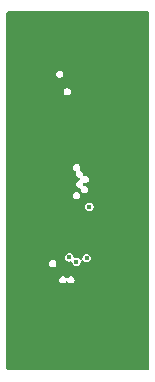
<source format=gbr>
%TF.GenerationSoftware,KiCad,Pcbnew,7.0.9-7.0.9~ubuntu22.04.1*%
%TF.CreationDate,2023-12-01T07:42:16+01:00*%
%TF.ProjectId,jetson-orin-baseboard,6a657473-6f6e-42d6-9f72-696e2d626173,1.1.1*%
%TF.SameCoordinates,Original*%
%TF.FileFunction,Copper,L7,Inr*%
%TF.FilePolarity,Positive*%
%FSLAX46Y46*%
G04 Gerber Fmt 4.6, Leading zero omitted, Abs format (unit mm)*
G04 Created by KiCad (PCBNEW 7.0.9-7.0.9~ubuntu22.04.1) date 2023-12-01 07:42:16*
%MOMM*%
%LPD*%
G01*
G04 APERTURE LIST*
%TA.AperFunction,ViaPad*%
%ADD10C,0.450000*%
%TD*%
G04 APERTURE END LIST*
D10*
%TO.N,GND*%
X91450000Y-102350000D03*
X91750000Y-108800000D03*
X94962501Y-117706675D03*
%TO.N,CSIA_FLG*%
X92272500Y-113200000D03*
%TO.N,CSIB_FLG*%
X92500000Y-108850000D03*
%TO.N,USBC0_FLG*%
X90800000Y-113150000D03*
%TO.N,USBC1_FLG*%
X91412000Y-113500000D03*
%TD*%
%TA.AperFunction,Conductor*%
%TO.N,GND*%
G36*
X97516621Y-92345502D02*
G01*
X97563114Y-92399158D01*
X97574500Y-92451500D01*
X97574500Y-122573500D01*
X97554498Y-122641621D01*
X97500842Y-122688114D01*
X97448500Y-122699500D01*
X85601500Y-122699500D01*
X85533379Y-122679498D01*
X85486886Y-122625842D01*
X85475500Y-122573500D01*
X85475500Y-115050000D01*
X89944864Y-115050000D01*
X89963265Y-115154361D01*
X90016251Y-115246137D01*
X90097431Y-115314255D01*
X90097434Y-115314257D01*
X90197012Y-115350500D01*
X90197014Y-115350500D01*
X90302987Y-115350500D01*
X90402565Y-115314257D01*
X90402564Y-115314257D01*
X90402568Y-115314256D01*
X90483748Y-115246138D01*
X90485186Y-115243646D01*
X90490880Y-115233786D01*
X90542261Y-115184792D01*
X90611975Y-115171354D01*
X90677886Y-115197740D01*
X90709120Y-115233786D01*
X90716250Y-115246136D01*
X90797431Y-115314255D01*
X90797434Y-115314257D01*
X90897012Y-115350500D01*
X90897014Y-115350500D01*
X91002987Y-115350500D01*
X91102565Y-115314257D01*
X91102564Y-115314257D01*
X91102568Y-115314256D01*
X91183748Y-115246138D01*
X91236734Y-115154363D01*
X91255136Y-115050000D01*
X91236734Y-114945637D01*
X91183748Y-114853862D01*
X91102568Y-114785744D01*
X91102565Y-114785742D01*
X91002988Y-114749500D01*
X91002986Y-114749500D01*
X90897014Y-114749500D01*
X90897012Y-114749500D01*
X90797434Y-114785742D01*
X90797431Y-114785744D01*
X90716250Y-114853863D01*
X90709119Y-114866215D01*
X90657736Y-114915208D01*
X90588023Y-114928644D01*
X90522112Y-114902258D01*
X90490881Y-114866215D01*
X90483749Y-114853863D01*
X90402568Y-114785744D01*
X90402565Y-114785742D01*
X90302988Y-114749500D01*
X90302986Y-114749500D01*
X90197014Y-114749500D01*
X90197012Y-114749500D01*
X90097434Y-114785742D01*
X90097431Y-114785744D01*
X90016251Y-114853862D01*
X89963265Y-114945638D01*
X89944864Y-115049999D01*
X89944864Y-115050000D01*
X85475500Y-115050000D01*
X85475500Y-113668914D01*
X89105171Y-113668914D01*
X89123572Y-113773275D01*
X89176558Y-113865051D01*
X89257738Y-113933169D01*
X89257741Y-113933171D01*
X89357319Y-113969414D01*
X89357321Y-113969414D01*
X89463294Y-113969414D01*
X89562872Y-113933171D01*
X89562871Y-113933171D01*
X89562875Y-113933170D01*
X89644055Y-113865052D01*
X89697041Y-113773277D01*
X89715443Y-113668914D01*
X89697041Y-113564551D01*
X89644055Y-113472776D01*
X89562875Y-113404658D01*
X89562872Y-113404656D01*
X89463295Y-113368414D01*
X89463293Y-113368414D01*
X89357321Y-113368414D01*
X89357319Y-113368414D01*
X89257741Y-113404656D01*
X89257738Y-113404658D01*
X89176558Y-113472776D01*
X89123572Y-113564552D01*
X89105171Y-113668913D01*
X89105171Y-113668914D01*
X85475500Y-113668914D01*
X85475500Y-113150000D01*
X90445131Y-113150000D01*
X90462500Y-113259661D01*
X90462500Y-113259662D01*
X90462501Y-113259663D01*
X90480431Y-113294854D01*
X90512905Y-113358587D01*
X90591413Y-113437095D01*
X90690339Y-113487500D01*
X90800000Y-113504869D01*
X90909661Y-113487500D01*
X90909663Y-113487498D01*
X90919454Y-113485948D01*
X90919745Y-113487785D01*
X90978691Y-113486101D01*
X91039489Y-113522763D01*
X91070814Y-113586475D01*
X91071108Y-113588248D01*
X91074499Y-113609660D01*
X91104691Y-113668914D01*
X91124905Y-113708587D01*
X91203413Y-113787095D01*
X91302339Y-113837500D01*
X91412000Y-113854869D01*
X91521661Y-113837500D01*
X91620587Y-113787095D01*
X91699095Y-113708587D01*
X91749500Y-113609661D01*
X91766869Y-113500000D01*
X91766869Y-113499997D01*
X91766869Y-113494241D01*
X91786871Y-113426120D01*
X91840527Y-113379627D01*
X91910801Y-113369523D01*
X91975381Y-113399017D01*
X91981964Y-113405146D01*
X91985404Y-113408586D01*
X91985405Y-113408587D01*
X92063913Y-113487095D01*
X92162839Y-113537500D01*
X92272500Y-113554869D01*
X92382161Y-113537500D01*
X92481087Y-113487095D01*
X92559595Y-113408587D01*
X92610000Y-113309661D01*
X92627369Y-113200000D01*
X92610000Y-113090339D01*
X92559595Y-112991413D01*
X92481087Y-112912905D01*
X92481086Y-112912904D01*
X92382163Y-112862501D01*
X92382162Y-112862500D01*
X92382161Y-112862500D01*
X92272500Y-112845131D01*
X92162839Y-112862500D01*
X92162837Y-112862500D01*
X92162836Y-112862501D01*
X92063913Y-112912904D01*
X91985404Y-112991413D01*
X91935001Y-113090336D01*
X91935000Y-113090337D01*
X91935000Y-113090339D01*
X91923350Y-113163893D01*
X91917631Y-113200002D01*
X91917631Y-113205759D01*
X91897629Y-113273880D01*
X91843973Y-113320373D01*
X91773699Y-113330477D01*
X91709119Y-113300983D01*
X91702536Y-113294854D01*
X91620586Y-113212904D01*
X91521663Y-113162501D01*
X91521662Y-113162500D01*
X91521661Y-113162500D01*
X91412000Y-113145131D01*
X91302339Y-113162500D01*
X91302336Y-113162501D01*
X91292546Y-113164052D01*
X91292255Y-113162217D01*
X91233289Y-113163893D01*
X91172497Y-113127221D01*
X91141181Y-113063504D01*
X91140907Y-113061853D01*
X91137500Y-113040339D01*
X91087095Y-112941413D01*
X91008587Y-112862905D01*
X91008586Y-112862904D01*
X90909663Y-112812501D01*
X90909662Y-112812500D01*
X90909661Y-112812500D01*
X90800000Y-112795131D01*
X90690339Y-112812500D01*
X90690337Y-112812500D01*
X90690336Y-112812501D01*
X90591413Y-112862904D01*
X90512904Y-112941413D01*
X90462501Y-113040336D01*
X90462500Y-113040337D01*
X90462500Y-113040339D01*
X90445131Y-113150000D01*
X85475500Y-113150000D01*
X85475500Y-108850000D01*
X92145131Y-108850000D01*
X92162500Y-108959661D01*
X92212905Y-109058587D01*
X92291413Y-109137095D01*
X92390339Y-109187500D01*
X92500000Y-109204869D01*
X92609661Y-109187500D01*
X92708587Y-109137095D01*
X92787095Y-109058587D01*
X92837500Y-108959661D01*
X92854869Y-108850000D01*
X92837500Y-108740339D01*
X92787095Y-108641413D01*
X92708587Y-108562905D01*
X92708586Y-108562904D01*
X92609663Y-108512501D01*
X92609662Y-108512500D01*
X92609661Y-108512500D01*
X92500000Y-108495131D01*
X92390339Y-108512500D01*
X92390337Y-108512500D01*
X92390336Y-108512501D01*
X92291413Y-108562904D01*
X92212904Y-108641413D01*
X92162501Y-108740336D01*
X92162500Y-108740337D01*
X92162500Y-108740339D01*
X92145131Y-108850000D01*
X85475500Y-108850000D01*
X85475500Y-107900000D01*
X91094864Y-107900000D01*
X91113265Y-108004361D01*
X91166251Y-108096137D01*
X91247431Y-108164255D01*
X91247434Y-108164257D01*
X91347012Y-108200500D01*
X91347014Y-108200500D01*
X91452987Y-108200500D01*
X91552565Y-108164257D01*
X91552564Y-108164257D01*
X91552568Y-108164256D01*
X91633748Y-108096138D01*
X91686734Y-108004363D01*
X91705136Y-107900000D01*
X91686734Y-107795637D01*
X91633748Y-107703862D01*
X91552568Y-107635744D01*
X91552565Y-107635742D01*
X91452988Y-107599500D01*
X91452986Y-107599500D01*
X91347014Y-107599500D01*
X91347012Y-107599500D01*
X91247434Y-107635742D01*
X91247431Y-107635744D01*
X91166251Y-107703862D01*
X91113265Y-107795638D01*
X91094864Y-107899999D01*
X91094864Y-107900000D01*
X85475500Y-107900000D01*
X85475500Y-105540000D01*
X91124864Y-105540000D01*
X91143265Y-105644361D01*
X91143265Y-105644362D01*
X91143266Y-105644363D01*
X91149382Y-105654956D01*
X91184907Y-105716489D01*
X91196252Y-105736138D01*
X91277432Y-105804256D01*
X91311243Y-105816562D01*
X91368415Y-105858654D01*
X91393754Y-105924975D01*
X91380878Y-105986510D01*
X91381535Y-105986749D01*
X91379874Y-105991311D01*
X91379214Y-105994467D01*
X91377800Y-105997007D01*
X91377765Y-105997104D01*
X91359364Y-106101466D01*
X91359364Y-106101467D01*
X91377765Y-106205828D01*
X91416879Y-106273577D01*
X91430752Y-106297605D01*
X91483297Y-106341695D01*
X91511931Y-106365722D01*
X91511934Y-106365724D01*
X91621873Y-106405738D01*
X91621227Y-106407511D01*
X91672840Y-106433090D01*
X91709310Y-106494004D01*
X91707059Y-106564965D01*
X91666800Y-106623443D01*
X91621373Y-106644188D01*
X91621873Y-106645562D01*
X91511934Y-106685575D01*
X91511931Y-106685577D01*
X91430751Y-106753695D01*
X91377765Y-106845471D01*
X91359364Y-106949832D01*
X91359364Y-106949833D01*
X91377765Y-107054194D01*
X91430751Y-107145970D01*
X91511931Y-107214088D01*
X91511934Y-107214090D01*
X91611512Y-107250333D01*
X91671660Y-107250333D01*
X91739781Y-107270335D01*
X91786274Y-107323991D01*
X91795519Y-107388288D01*
X91795552Y-107388288D01*
X91795552Y-107388520D01*
X91796378Y-107394265D01*
X91795746Y-107398213D01*
X91795552Y-107399312D01*
X91813953Y-107503673D01*
X91866939Y-107595449D01*
X91948119Y-107663567D01*
X91948122Y-107663569D01*
X92047700Y-107699812D01*
X92047702Y-107699812D01*
X92153675Y-107699812D01*
X92253253Y-107663569D01*
X92253252Y-107663569D01*
X92253256Y-107663568D01*
X92334436Y-107595450D01*
X92387422Y-107503675D01*
X92405824Y-107399312D01*
X92387422Y-107294949D01*
X92334436Y-107203174D01*
X92253256Y-107135056D01*
X92253253Y-107135054D01*
X92153676Y-107098812D01*
X92153674Y-107098812D01*
X92093528Y-107098812D01*
X92025407Y-107078810D01*
X91978914Y-107025154D01*
X91968810Y-106954880D01*
X91969442Y-106950933D01*
X91970937Y-106942454D01*
X92002464Y-106878842D01*
X92063377Y-106842372D01*
X92095023Y-106838333D01*
X92202987Y-106838333D01*
X92302565Y-106802090D01*
X92302564Y-106802090D01*
X92302568Y-106802089D01*
X92383748Y-106733971D01*
X92436734Y-106642196D01*
X92455136Y-106537833D01*
X92436734Y-106433470D01*
X92383748Y-106341695D01*
X92302568Y-106273577D01*
X92302565Y-106273575D01*
X92202988Y-106237333D01*
X92202986Y-106237333D01*
X92097014Y-106237333D01*
X92095636Y-106237333D01*
X92027515Y-106217331D01*
X91981022Y-106163675D01*
X91969636Y-106111333D01*
X91969636Y-106101466D01*
X91951234Y-105997105D01*
X91951234Y-105997104D01*
X91898248Y-105905329D01*
X91817068Y-105837211D01*
X91783253Y-105824903D01*
X91726083Y-105782810D01*
X91700745Y-105716489D01*
X91713620Y-105654956D01*
X91712965Y-105654718D01*
X91714624Y-105650159D01*
X91715286Y-105646997D01*
X91716701Y-105644453D01*
X91716734Y-105644362D01*
X91735136Y-105540000D01*
X91735136Y-105539999D01*
X91716734Y-105435638D01*
X91716734Y-105435637D01*
X91663748Y-105343862D01*
X91582568Y-105275744D01*
X91582565Y-105275742D01*
X91482988Y-105239500D01*
X91482986Y-105239500D01*
X91377014Y-105239500D01*
X91377012Y-105239500D01*
X91277434Y-105275742D01*
X91277431Y-105275744D01*
X91196251Y-105343862D01*
X91143265Y-105435638D01*
X91124864Y-105539999D01*
X91124864Y-105540000D01*
X85475500Y-105540000D01*
X85475500Y-99125000D01*
X90319864Y-99125000D01*
X90338265Y-99229361D01*
X90391251Y-99321137D01*
X90472431Y-99389255D01*
X90472434Y-99389257D01*
X90572012Y-99425500D01*
X90572014Y-99425500D01*
X90677987Y-99425500D01*
X90777565Y-99389257D01*
X90777564Y-99389257D01*
X90777568Y-99389256D01*
X90858748Y-99321138D01*
X90911734Y-99229363D01*
X90930136Y-99125000D01*
X90911734Y-99020637D01*
X90858748Y-98928862D01*
X90777568Y-98860744D01*
X90777565Y-98860742D01*
X90677988Y-98824500D01*
X90677986Y-98824500D01*
X90572014Y-98824500D01*
X90572012Y-98824500D01*
X90472434Y-98860742D01*
X90472431Y-98860744D01*
X90391251Y-98928862D01*
X90338265Y-99020638D01*
X90319864Y-99124999D01*
X90319864Y-99125000D01*
X85475500Y-99125000D01*
X85475500Y-97640000D01*
X89694864Y-97640000D01*
X89713265Y-97744361D01*
X89766251Y-97836137D01*
X89847431Y-97904255D01*
X89847434Y-97904257D01*
X89947012Y-97940500D01*
X89947014Y-97940500D01*
X90052987Y-97940500D01*
X90152565Y-97904257D01*
X90152564Y-97904257D01*
X90152568Y-97904256D01*
X90233748Y-97836138D01*
X90286734Y-97744363D01*
X90305136Y-97640000D01*
X90286734Y-97535637D01*
X90233748Y-97443862D01*
X90152568Y-97375744D01*
X90152565Y-97375742D01*
X90052988Y-97339500D01*
X90052986Y-97339500D01*
X89947014Y-97339500D01*
X89947012Y-97339500D01*
X89847434Y-97375742D01*
X89847431Y-97375744D01*
X89766251Y-97443862D01*
X89713265Y-97535638D01*
X89694864Y-97639999D01*
X89694864Y-97640000D01*
X85475500Y-97640000D01*
X85475500Y-92451500D01*
X85495502Y-92383379D01*
X85549158Y-92336886D01*
X85601500Y-92325500D01*
X97448500Y-92325500D01*
X97516621Y-92345502D01*
G37*
%TD.AperFunction*%
%TD*%
M02*

</source>
